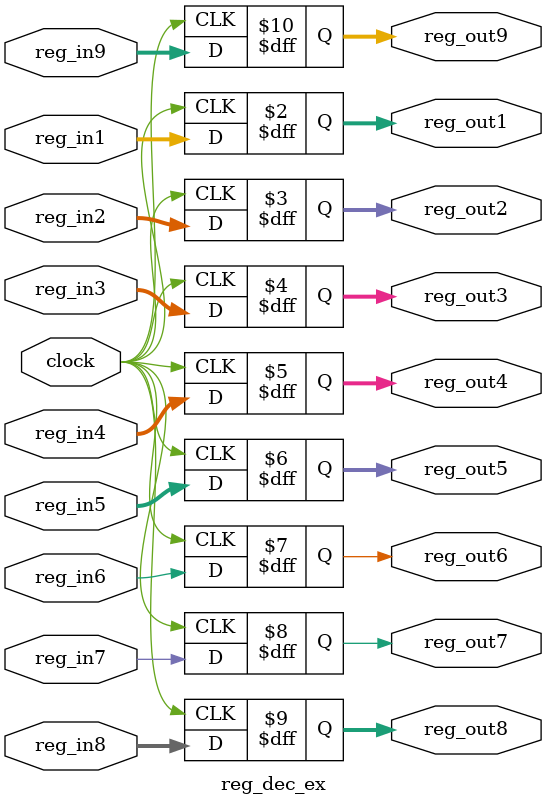
<source format=v>
	module reg_dec_ex(reg_out1,reg_out2,reg_out3,reg_out4,
			reg_out5,reg_out6,reg_out7,reg_out8,reg_out9,
		reg_in1,reg_in2,reg_in3,reg_in4,
		reg_in5,reg_in6,reg_in7,reg_in8,reg_in9,clock);
		
		input [0:31] reg_in1;
		input [0:5] reg_in2;
		input [0:5] reg_in3;
		input [0:31] reg_in4;
		input [0:4] reg_in5;
		input reg_in6,reg_in7;
		input [0:31] reg_in8;
		input [0:31] reg_in9;
		input clock;
		
		output [0:31] reg_out1;
		output [0:5] reg_out2;
		output [0:5] reg_out3;
		output [0:31] reg_out4;
		output [0:4] reg_out5;
		output reg_out6,reg_out7;
		output [0:31] reg_out8;
		output [0:31] reg_out9;
		 
		reg [0:31] reg_out1;
		reg [0:5] reg_out2;
		reg [0:5] reg_out3;
		reg [0:31] reg_out4;
		reg [0:4] reg_out5;
		reg reg_out6,reg_out7;
		reg [0:31] reg_out8;
		reg [0:31] reg_out9;

		
		always @ (posedge clock)
		begin 
			reg_out1=reg_in1;
			reg_out2=reg_in2;
			reg_out3=reg_in3;
			reg_out4=reg_in4;
			reg_out5=reg_in5;
			reg_out6=reg_in6;			
			reg_out7=reg_in7;
			reg_out8=reg_in8;
			reg_out9=reg_in9;
		end
	endmodule

</source>
